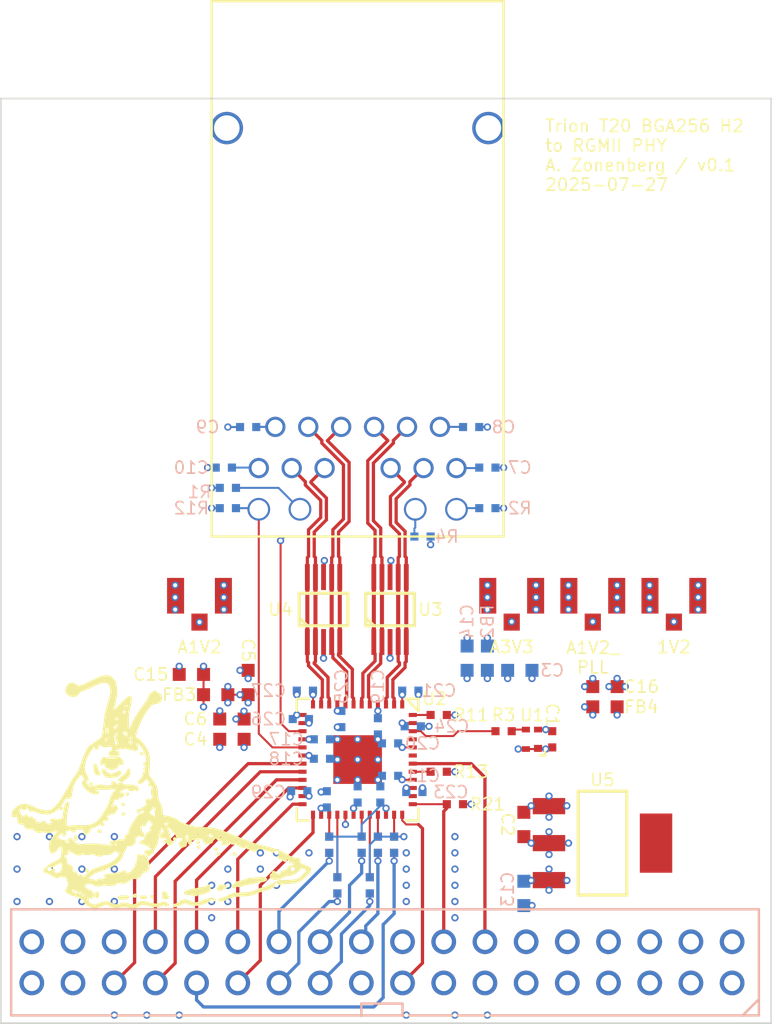
<source format=kicad_pcb>
(kicad_pcb (version 20240108) (generator "pcbnew") (generator_version "8.0")
  (layers (0 "F.Cu" signal) (1 "In1.Cu" signal) (2 "In2.Cu" signal) (31 "B.Cu" signal) (34 "B.Paste" user) (35 "F.Paste" user) (36 "B.SilkS" user "B.Silkscreen") (37 "F.SilkS" user "F.Silkscreen") (38 "B.Mask" user) (39 "F.Mask" user) (44 "Edge.Cuts" user))
  (net 0 "")
  (net 1 "/GND")
  (net 2 "/3V3")
  (net 3 "/1V2")
  (net 4 "Net-(J2-CH1_TAP)")
  (net 5 "Net-(J2-CH2_TAP)")
  (net 6 "Net-(J2-CH3_TAP)")
  (net 7 "Net-(J2-CH4_TAP)")
  (net 8 "/A3V3")
  (net 9 "/A1V2")
  (net 10 "/A1V2_PLL")
  (net 11 "/ETH_RX_CLK")
  (net 12 "/ETH_RXD1")
  (net 13 "/ETH_MDIO")
  (net 17 "/ETH_RST_N")
  (net 19 "/ETH_RXD0")
  (net 20 "/RGMII_TXD2")
  (net 21 "/RGMII_TX_EN")
  (net 22 "/RGMII_TX_CLK")
  (net 24 "/ETH_MDC")
  (net 25 "/RGMII_TXD1")
  (net 26 "/RGMII_TXD3")
  (net 27 "/ETH_RX_DV")
  (net 29 "/ETH_RXD2")
  (net 32 "/RGMII_TXD0")
  (net 34 "/ETH_RXD3")
  (net 35 "/ETH_B_N")
  (net 36 "/ETH_D_N")
  (net 37 "/ETH_C_N")
  (net 38 "/ETH_B_P")
  (net 39 "/ETH_LED2_N")
  (net 40 "Net-(J2-LED2_P)")
  (net 41 "Net-(J2-LED1_P)")
  (net 42 "/ETH_D_P")
  (net 43 "/ETH_A_P")
  (net 44 "/ETH_C_P")
  (net 45 "/ETH_A_N")
  (net 46 "/ETH_LED1_N")
  (net 47 "/ETH_CLK_25MHZ")
  (net 48 "Net-(U1-CLK)")
  (net 49 "Net-(U2-RXD3{slash}MODE3)")
  (net 50 "Net-(U2-RXD2{slash}MODE2)")
  (net 51 "Net-(U2-RXD1{slash}MODE1)")
  (net 52 "Net-(U2-RXD0{slash}MODE0)")
  (net 53 "Net-(U2-RX_DV{slash}CLK125_EN)")
  (net 54 "Net-(U2-RX_CLK{slash}PHYAD2)")
  (net 55 "Net-(U2-ISET)")
  (net 56 "Net-(U2-CLK125_NDO{slash}LED_MODE)")
  (footprint "azonenberg_pcb:EIA_0603_INDUCTOR_NOSILK" (layer "F.Cu") (at 95.25 76 180)
    (property "Reference" "FB4")
    (property "Value" "MI0603J601R-10" (hide yes))
  )
  (footprint "azonenberg_pcb:EIA_0402_RES_NOSILK" (layer "F.Cu") (at 80.75 87 90)
    (property "Reference" "R8" (hide yes))
    (property "Value" "33" (hide yes))
  )
  (footprint "azonenberg_pcb:EIA_0402_CAP_NOSILK" (layer "F.Cu") (at 92 78 90)
    (property "Reference" "C1")
    (property "Value" "0.47 uF" (hide yes))
  )
  (footprint "azonenberg_pcb:EIA_0603_INDUCTOR_NOSILK" (layer "F.Cu") (at 71.25 75.25 180)
    (property "Reference" "FB3")
    (property "Value" "MI0603J601R-10" (hide yes))
  )
  (footprint "azonenberg_pcb:OSCILLATOR_1.6x1.2" (layer "F.Cu") (at 90.75 78 90)
    (property "Reference" "U1")
    (property "Value" "ECS-1612MV-250-CN" (hide yes))
  )
  (footprint "azonenberg_pcb:EIA_0402_RES_NOSILK" (layer "F.Cu") (at 85 76.5 180)
    (property "Reference" "R11")
    (property "Value" "12.1K 1%" (hide yes))
  )
  (footprint "azonenberg_pcb:CONN_U.FL_TE_1909763-1" (layer "F.Cu") (at 99.5 69.25)
    (property "Reference" "TP1" (hide yes))
    (property "Value" "U.FL" (hide yes))
  )
  (footprint "azonenberg_pcb:EIA_0402_RES_NOSILK" (layer "F.Cu") (at 78.75 86.999999 90)
    (property "Reference" "R6" (hide yes))
    (property "Value" "33" (hide yes))
  )
  (footprint "azonenberg_pcb:EIA_0402_RES_NOSILK" (layer "F.Cu") (at 89 77.5)
    (property "Reference" "R3")
    (property "Value" "33" (hide yes))
  )
  (footprint "azonenberg_pcb:EIA_0402_RES_NOSILK" (layer "F.Cu") (at 85 80 180)
    (property "Reference" "R13")
    (property "Value" "10K" (hide yes))
  )
  (footprint "azonenberg_pcb:EIA_0603_CAP_NOSILK" (layer "F.Cu") (at 69.75 74 180)
    (property "Reference" "C15")
    (property "Value" "4.7 uF" (hide yes))
  )
  (footprint "azonenberg_pcb:CONN_U.FL_TE_1909763-1" (layer "F.Cu") (at 94.5 69.25)
    (property "Reference" "TP2" (hide yes))
    (property "Value" "U.FL" (hide yes))
  )
  (footprint "azonenberg_pcb:QFN_48_0.5MM_7x7MM" (layer "F.Cu") (at 80 79.25 -90)
    (property "Reference" "U2")
    (property "Value" "KSZ9031RN" (hide yes))
  )
  (footprint "azonenberg_pcb:EIA_0603_CAP_NOSILK" (layer "F.Cu") (at 90.25 83.25 90)
    (property "Reference" "C2")
    (property "Value" "4.7 uF" (hide yes))
  )
  (footprint "azonenberg_pcb:SOT223-4" (layer "F.Cu") (at 95.1 84.4 -90)
    (property "Reference" "U5")
    (property "Value" "LDO1117-12" (hide yes))
  )
  (footprint "azonenberg_pcb:SOP_10_0.5MM_3MM" (layer "F.Cu") (at 82 70)
    (property "Reference" "U3")
    (property "Value" "RCLAMP0514M" (hide yes))
  )
  (footprint "azonenberg_pcb:EIA_0402_RES_NOSILK" (layer "F.Cu") (at 81.25 84.5 90)
    (property "Reference" "R9" (hide yes))
    (property "Value" "33" (hide yes))
  )
  (footprint "azonenberg_pcb:CONN_BELFUSE_0826_1G1T_23_F" (layer "F.Cu") (at 80 43.5)
    (property "Reference" "J2" (hide yes))
    (property "Value" "0826-1G1T-23-F" (hide yes))
  )
  (footprint "azonenberg_pcb:EIA_0603_CAP_NOSILK" (layer "F.Cu") (at 72.25 78)
    (property "Reference" "C4")
    (property "Value" "4.7 uF" (hide yes))
  )
  (footprint "azonenberg_pcb:EIA_0402_RES_NOSILK" (layer "F.Cu") (at 82.25 84.5 90)
    (property "Reference" "R10" (hide yes))
    (property "Value" "33" (hide yes))
  )
  (footprint "azonenberg_pcb:CONN_U.FL_TE_1909763-1" (layer "F.Cu") (at 70.25 69.25)
    (property "Reference" "TP3" (hide yes))
    (property "Value" "U.FL" (hide yes))
  )
  (footprint "azonenberg_pcb:EIA_0402_RES_NOSILK" (layer "F.Cu") (at 78.25 84.5 90)
    (property "Reference" "R5" (hide yes))
    (property "Value" "33" (hide yes))
  )
  (footprint "azonenberg_pcb:EIA_0603_CAP_NOSILK" (layer "F.Cu") (at 73.25 74.5 90)
    (property "Reference" "C5")
    (property "Value" "4.7 uF" (hide yes))
  )
  (footprint "azonenberg_pcb:EIA_0603_CAP_NOSILK" (layer "F.Cu") (at 72.25 76.75)
    (property "Reference" "C6")
    (property "Value" "4.7 uF" (hide yes))
  )
  (footprint "azonenberg_pcb:CONN_U.FL_TE_1909763-1" (layer "F.Cu") (at 89.5 69.25)
    (property "Reference" "TP4" (hide yes))
    (property "Value" "U.FL" (hide yes))
  )
  (footprint "azonenberg_pcb:EIA_0402_RES_NOSILK" (layer "F.Cu") (at 86 82 180)
    (property "Reference" "R21")
    (property "Value" "1K" (hide yes))
  )
  (footprint "azonenberg_pcb:LONGTHING-600DPI" (layer "F.Cu") (at 69 82)
    (property "Reference" "M1" (hide yes))
    (property "Value" "MECHANICAL" (hide yes))
  )
  (footprint "azonenberg_pcb:EIA_0603_CAP_NOSILK" (layer "F.Cu") (at 95.25 74.75)
    (property "Reference" "C16")
    (property "Value" "4.7 uF" (hide yes))
  )
  (footprint "azonenberg_pcb:EIA_0402_RES_NOSILK" (layer "F.Cu") (at 80.25 84.500001 90)
    (property "Reference" "R7" (hide yes))
    (property "Value" "33" (hide yes))
  )
  (footprint "azonenberg_pcb:SOP_10_0.5MM_3MM" (layer "F.Cu") (at 77.9 70)
    (property "Reference" "U4")
    (property "Value" "RCLAMP0514M" (hide yes))
  )
  (footprint "azonenberg_pcb:EIA_0402_CAP_NOSILK" (layer "B.Cu") (at 76.75 75 180)
    (property "Reference" "C27")
    (property "Value" "0.47 uF" (hide yes))
  )
  (footprint "azonenberg_pcb:EIA_0402_CAP_NOSILK" (layer "B.Cu") (at 71.75 61.25)
    (property "Reference" "C10")
    (property "Value" "0.1 uF" (hide yes))
  )
  (footprint "azonenberg_pcb:EIA_0603_CAP_NOSILK" (layer "B.Cu") (at 90.25 87.5 -90)
    (property "Reference" "C13")
    (property "Value" "4.7 uF" (hide yes))
  )
  (footprint "azonenberg_pcb:EIA_0402_RES_NOSILK" (layer "B.Cu") (at 80.25 84.500001 -90)
    (property "Reference" "R17" (hide yes))
    (property "Value" "10K" (hide yes))
  )
  (footprint "azonenberg_pcb:EIA_0402_CAP_NOSILK" (layer "B.Cu") (at 77.8 78)
    (property "Reference" "C17")
    (property "Value" "0.47 uF" (hide yes))
  )
  (footprint "azonenberg_pcb:EIA_0402_CAP_NOSILK" (layer "B.Cu") (at 81.4 81.4 90)
    (property "Reference" "C22" (hide yes))
    (property "Value" "0.47 uF" (hide yes))
  )
  (footprint "azonenberg_pcb:EIA_0402_CAP_NOSILK" (layer "B.Cu") (at 83.4 77.2)
    (property "Reference" "C24")
    (property "Value" "0.47 uF" (hide yes))
  )
  (footprint "azonenberg_pcb:EIA_0402_CAP_NOSILK" (layer "B.Cu") (at 73.25 58.75)
    (property "Reference" "C9")
    (property "Value" "0.1 uF" (hide yes))
  )
  (footprint "azonenberg_pcb:EIA_0402_RES_NOSILK" (layer "B.Cu") (at 84 65.5 180)
    (property "Reference" "R4")
    (property "Value" "1K" (hide yes))
  )
  (footprint "azonenberg_pcb:EIA_0402_CAP_NOSILK" (layer "B.Cu") (at 79 76.75 -90)
    (property "Reference" "C25")
    (property "Value" "0.47 uF" (hide yes))
  )
  (footprint "azonenberg_pcb:EIA_0402_CAP_NOSILK" (layer "B.Cu") (at 76.5 76.75 180)
    (property "Reference" "C26")
    (property "Value" "0.47 uF" (hide yes))
  )
  (footprint "azonenberg_pcb:EIA_0402_CAP_NOSILK" (layer "B.Cu") (at 78.1 81.7 90)
    (property "Reference" "C28" (hide yes))
    (property "Value" "0.47 uF" (hide yes))
  )
  (footprint "azonenberg_pcb:EIA_0402_CAP_NOSILK" (layer "B.Cu") (at 81.25 77.2 -90)
    (property "Reference" "C19")
    (property "Value" "0.47 uF" (hide yes))
  )
  (footprint "azonenberg_pcb:EIA_0402_CAP_NOSILK" (layer "B.Cu") (at 83.5 81.25)
    (property "Reference" "C23")
    (property "Value" "0.47 uF" (hide yes))
  )
  (footprint "azonenberg_pcb:EIA_0402_CAP_NOSILK" (layer "B.Cu") (at 82 78.25 180)
    (property "Reference" "C20")
    (property "Value" "0.47 uF" (hide yes))
  )
  (footprint "azonenberg_pcb:EIA_0402_RES_NOSILK" (layer "B.Cu") (at 78.75 86.999999 -90)
    (property "Reference" "R16" (hide yes))
    (property "Value" "10K" (hide yes))
  )
  (footprint "azonenberg_pcb:EIA_0402_RES_NOSILK" (layer "B.Cu") (at 81.25 84.5 -90)
    (property "Reference" "R19" (hide yes))
    (property "Value" "10K" (hide yes))
  )
  (footprint "azonenberg_pcb:EIA_0402_CAP_NOSILK" (layer "B.Cu") (at 87 58.75 180)
    (property "Reference" "C8")
    (property "Value" "0.1 uF" (hide yes))
  )
  (footprint "azonenberg_pcb:EIA_0402_CAP_NOSILK" (layer "B.Cu") (at 83.25 75)
    (property "Reference" "C21")
    (property "Value" "0.47 uF" (hide yes))
  )
  (footprint "azonenberg_pcb:EIA_0603_INDUCTOR_NOSILK" (layer "B.Cu") (at 88 73 90)
    (property "Reference" "FB2")
    (property "Value" "MI0603J601R-10" (hide yes))
  )
  (footprint "azonenberg_pcb:EIA_0402_RES_NOSILK" (layer "B.Cu") (at 82.25 84.5 -90)
    (property "Reference" "R20" (hide yes))
    (property "Value" "10K" (hide yes))
  )
  (footprint "azonenberg_pcb:EIA_0402_CAP_NOSILK" (layer "B.Cu") (at 88 61.25 180)
    (property "Reference" "C7")
    (property "Value" "0.1 uF" (hide yes))
  )
  (footprint "azonenberg_pcb:CONN_HEADER_2.54MM_2x18_FEMALE" (layer "B.Cu") (at 81.5 91.75)
    (property "Reference" "J1" (hide yes))
    (property "Value" "CONN_2x18" (hide yes))
  )
  (footprint "azonenberg_pcb:EIA_0402_RES_NOSILK" (layer "B.Cu") (at 88 63.75 180)
    (property "Reference" "R2")
    (property "Value" "470" (hide yes))
  )
  (footprint "azonenberg_pcb:EIA_0603_CAP_NOSILK" (layer "B.Cu") (at 86.75 73 -90)
    (property "Reference" "C14")
    (property "Value" "4.7 uF" (hide yes))
  )
  (footprint "azonenberg_pcb:EIA_0603_CAP_NOSILK" (layer "B.Cu") (at 90 73.75 180)
    (property "Reference" "C3")
    (property "Value" "4.7 uF" (hide yes))
  )
  (footprint "azonenberg_pcb:EIA_0402_CAP_NOSILK" (layer "B.Cu") (at 76.4 81.2 180)
    (property "Reference" "C29")
    (property "Value" "0.47 uF" (hide yes))
  )
  (footprint "azonenberg_pcb:EIA_0402_CAP_NOSILK" (layer "B.Cu") (at 82 80.25 180)
    (property "Reference" "C11")
    (property "Value" "0.47 uF" (hide yes))
  )
  (footprint "azonenberg_pcb:EIA_0402_RES_NOSILK" (layer "B.Cu") (at 72 62.5)
    (property "Reference" "R1")
    (property "Value" "470" (hide yes))
  )
  (footprint "azonenberg_pcb:EIA_0402_RES_NOSILK" (layer "B.Cu") (at 72 63.75)
    (property "Reference" "R12")
    (property "Value" "1K" (hide yes))
  )
  (footprint "azonenberg_pcb:EIA_0402_CAP_NOSILK" (layer "B.Cu") (at 80 81.4 90)
    (property "Reference" "C12" (hide yes))
    (property "Value" "0.47 uF" (hide yes))
  )
  (footprint "azonenberg_pcb:EIA_0402_RES_NOSILK" (layer "B.Cu") (at 80.75 87 -90)
    (property "Reference" "R18" (hide yes))
    (property "Value" "10K" (hide yes))
  )
  (footprint "azonenberg_pcb:EIA_0402_CAP_NOSILK" (layer "B.Cu") (at 77.8 79.2)
    (property "Reference" "C18")
    (property "Value" "0.47 uF" (hide yes))
  )
  (footprint "azonenberg_pcb:EIA_0402_RES_NOSILK" (layer "B.Cu") (at 78.25 84.5 -90)
    (property "Reference" "R15" (hide yes))
    (property "Value" "10K" (hide yes))
  )
  (gr_line (start 58 95.5) (end 58 38.5) (stroke (width 0.1)) (layer "Edge.Cuts"))
  (gr_line (start 105.5 95.5) (end 58 95.5) (stroke (width 0.1)) (layer "Edge.Cuts"))
  (gr_line (start 58 38.5) (end 105.5 38.5) (stroke (width 0.1)) (layer "Edge.Cuts"))
  (gr_line (start 105.5 38.5) (end 105.5 95.5) (stroke (width 0.1)) (layer "Edge.Cuts"))
  (gr_text "A1V2" (at 70.25 72.75 0) (layer "F.SilkS") (effects (font (size 0.75 0.75) (thickness 0.1)) (justify bottom)))
  (gr_text "1V2" (at 99.5 72.75 0) (layer "F.SilkS") (effects (font (size 0.75 0.75) (thickness 0.1)) (justify bottom)))
  (gr_text "Trion T20 BGA256 H2\nto RGMII PHY\nA. Zonenberg / v0.1\n2025-07-27" (at 91.5 44.25 0) (layer "F.SilkS") (effects (font (size 0.75 0.75) (thickness 0.1)) (justify left bottom)))
  (gr_text "A1V2_\nPLL" (at 94.5 74 0) (layer "F.SilkS") (effects (font (size 0.75 0.75) (thickness 0.1)) (justify bottom)))
  (gr_text "A3V3" (at 89.5 72.75 0) (layer "F.SilkS") (effects (font (size 0.75 0.75) (thickness 0.1)) (justify bottom)))
  (segment (start 96 74.75) (end 95.5 74.75) (width 0.125) (layer "F.Cu") (net 1))
  (segment (start 95.975 69.225) (end 96 69.25) (width 0.125) (layer "F.Cu") (net 1))
  (segment (start 90.72 82.12) (end 90.7 82.1) (width 0.125) (layer "F.Cu") (net 1))
  (segment (start 96 74.75) (end 96.5 74.75) (width 0.125) (layer "F.Cu") (net 1))
  (segment (start 88.025 69.15) (end 88.025 69.225) (width 0.125) (layer "F.Cu") (net 1))
  (segment (start 100.975 69.225) (end 101 69.25) (width 0.125) (layer "F.Cu") (net 1))
  (segment (start 90.975 69.15) (end 90.975 69.225) (width 0.125) (layer "F.Cu") (net 1))
  (segment (start 91.8 82.12) (end 91.8 82.8) (width 0.125) (layer "F.Cu") (net 1))
  (segment (start 91.125 77.4) (end 91.6 77.4) (width 0.125) (layer "F.Cu") (net 1))
  (segment (start 91.8 82.12) (end 90.72 82.12) (width 0.125) (layer "F.Cu") (net 1))
  (segment (start 93.025 69.225) (end 93 69.25) (width 0.125) (layer "F.Cu") (net 1))
  (segment (start 82.05 66.981356) (end 82.05 67.95) (width 0.125) (layer "F.Cu") (net 1))
  (segment (start 73.25 73.75) (end 72.75 73.75) (width 0.125) (layer "F.Cu") (net 1))
  (segment (start 71.725 69.225) (end 71.75 69.25) (width 0.125) (layer "F.Cu") (net 1))
  (segment (start 68.775 69.15) (end 68.775 69.225) (width 0.125) (layer "F.Cu") (net 1))
  (segment (start 85.499999 76.5) (end 86 76.5) (width 0.125) (layer "F.Cu") (net 1))
  (segment (start 79.25 82.65) (end 79.25 83.25) (width 0.125) (layer "F.Cu") (net 1))
  (segment (start 98.025 69.15) (end 98.025 69.225) (width 0.125) (layer "F.Cu") (net 1))
  (segment (start 95.975 69.15) (end 95.975 69.225) (width 0.125) (layer "F.Cu") (net 1))
  (segment (start 88.025 69.225) (end 88 69.25) (width 0.125) (layer "F.Cu") (net 1))
  (segment (start 73 76.75) (end 72.5 76.75) (width 0.125) (layer "F.Cu") (net 1))
  (segment (start 73.25 73.75) (end 73.25 74.25) (width 0.125) (layer "F.Cu") (net 1))
  (segment (start 68.775 69.225) (end 68.75 69.25) (width 0.125) (layer "F.Cu") (net 1))
  (segment (start 77.9 67.031356) (end 77.95 66.981356) (width 0.125) (layer "F.Cu") (net 1))
  (segment (start 77.9 68) (end 77.9 67.031356) (width 0.125) (layer "F.Cu") (net 1))
  (segment (start 98.025 69.225) (end 98 69.25) (width 0.125) (layer "F.Cu") (net 1))
  (segment (start 91.82 82.1) (end 91.8 82.12) (width 0.125) (layer "F.Cu") (net 1))
  (segment (start 73 76.75) (end 73 76.271447) (width 0.125) (layer "F.Cu") (net 1))
  (segment (start 91.8 82.12) (end 91.8 81.5) (width 0.125) (layer "F.Cu") (net 1))
  (segment (start 92.9 82.1) (end 91.82 82.1) (width 0.125) (layer "F.Cu") (net 1))
  (segment (start 93.025 69.15) (end 93.025 69.225) (width 0.125) (layer "F.Cu") (net 1))
  (segment (start 82.05 67.95) (end 82 68) (width 0.125) (layer "F.Cu") (net 1))
  (segment (start 100.975 69.15) (end 100.975 69.225) (width 0.125) (layer "F.Cu") (net 1))
  (segment (start 73 76.271447) (end 72.992851 76.264298) (width 0.125) (layer "F.Cu") (net 1))
  (segment (start 76.6 76.5) (end 76.25 76.5) (width 0.125) (layer "F.Cu") (net 1))
  (segment (start 90.975 69.225) (end 91 69.25) (width 0.125) (layer "F.Cu") (net 1))
  (segment (start 71.725 69.15) (end 71.725 69.225) (width 0.125) (layer "F.Cu") (net 1))
  (segment (start 69 74) (end 69 73.5) (width 0.125) (layer "F.Cu") (net 1))
  (segment (start 96 74.75) (end 96 74.25) (width 0.125) (layer "F.Cu") (net 1))
  (segment (start 73 78) (end 73 78.5) (width 0.2) (layer "F.Cu") (net 1))
  (via (at 72.992851 76.264298) (size 0.45) (drill 0.25) (layers "F.Cu" "B.Cu") (net 1))
  (via (at 88 68.5) (size 0.45) (drill 0.25) (layers "F.Cu" "B.Cu") (net 1))
  (via (at 76 86) (size 0.45) (drill 0.25) (layers "F.Cu" "B.Cu") (net 1))
  (via (at 96 74.25) (size 0.45) (drill 0.25) (layers "F.Cu" "B.Cu") (net 1))
  (via (at 96.5 74.75) (size 0.45) (drill 0.25) (layers "F.Cu" "B.Cu") (net 1))
  (via (at 86.75 74.25) (size 0.45) (drill 0.25) (layers "F.Cu" "B.Cu") (net 1))
  (via (at 77 85) (size 0.45) (drill 0.25) (layers "F.Cu" "B.Cu") (net 1))
  (via (at 82.850002 84) (size 0.45) (drill 0.25) (layers "F.Cu" "B.Cu") (net 1))
  (via (at 101 69.25) (size 0.45) (drill 0.25) (layers "F.Cu" "B.Cu") (net 1))
  (via (at 63 84) (size 0.45) (drill 0.25) (layers "F.Cu" "B.Cu") (net 1))
  (via (at 88 69.25) (size 0.45) (drill 0.25) (layers "F.Cu" "B.Cu") (net 1))
  (via (at 81.25 80.5) (size 0.45) (drill 0.25) (layers "F.Cu" "B.Cu") (net 1))
  (via (at 98 68.5) (size 0.45) (drill 0.25) (layers "F.Cu" "B.Cu") (net 1))
  (via (at 70.75 61.25) (size 0.45) (drill 0.25) (layers "F.Cu" "B.Cu") (net 1))
  (via (at 71 87) (size 0.45) (drill 0.25) (layers "F.Cu" "B.Cu") (net 1))
  (via (at 68.75 69.25) (size 0.45) (drill 0.25) (layers "F.Cu" "B.Cu") (net 1))
  (via (at 75.8375 81.548895) (size 0.45) (drill 0.25) (layers "F.Cu" "B.Cu") (net 1))
  (via (at 65 95) (size 0.45) (drill 0.25) (layers "F.Cu" "B.Cu") (net 1))
  (via (at 78.75 78) (size 0.45) (drill 0.25) (layers "F.Cu" "B.Cu") (net 1))
  (via (at 61 88) (size 0.45) (drill 0.25) (layers "F.Cu" "B.Cu") (net 1))
  (via (at 89 61.25) (size 0.45) (drill 0.25) (layers "F.Cu" "B.Cu") (net 1))
  (via (at 83 85) (size 0.45) (drill 0.25) (layers "F.Cu" "B.Cu") (net 1))
  (via (at 61 84) (size 0.45) (drill 0.25) (layers "F.Cu" "B.Cu") (net 1))
  (via (at 88 58.75) (size 0.45) (drill 0.25) (layers "F.Cu" "B.Cu") (net 1))
  (via (at 76.25 76.5) (size 0.45) (drill 0.25) (layers "F.Cu" "B.Cu") (net 1))
  (via (at 86 95) (size 0.45) (drill 0.25) (layers "F.Cu" "B.Cu") (net 1))
  (via (at 78.75 80.5) (size 0.45) (drill 0.25) (layers "F.Cu" "B.Cu") (net 1))
  (via (at 74 85) (size 0.45) (drill 0.25) (layers "F.Cu" "B.Cu") (net 1))
  (via (at 86 76.5) (size 0.45) (drill 0.25) (layers "F.Cu" "B.Cu") (net 1))
  (via (at 67 95) (size 0.45) (drill 0.25) (layers "F.Cu" "B.Cu") (net 1))
  (via (at 63 86) (size 0.45) (drill 0.25) (layers "F.Cu" "B.Cu") (net 1))
  (via (at 79.25 83.25) (size 0.45) (drill 0.25) (layers "F.Cu" "B.Cu") (net 1))
  (via (at 80 78) (size 0.45) (drill 0.25) (layers "F.Cu" "B.Cu") (net 1))
  (via (at 72.75 73.75) (size 0.45) (drill 0.25) (layers "F.Cu" "B.Cu") (net 1))
  (via (at 82.05 66.981356) (size 0.45) (drill 0.25) (layers "F.Cu" "B.Cu") (net 1))
  (via (at 96 68.5) (size 0.45) (drill 0.25) (layers "F.Cu" "B.Cu") (net 1))
  (via (at 74 86) (size 0.45) (drill 0.25) (layers "F.Cu" "B.Cu") (net 1))
  (via (at 80 79.25) (size 0.45) (drill 0.25) (layers "F.Cu" "B.Cu") (net 1))
  (via (at 84 81) (size 0.45) (drill 0.25) (layers "F.Cu" "B.Cu") (net 1))
  (via (at 91 69.25) (size 0.45) (drill 0.25) (layers "F.Cu" "B.Cu") (net 1))
  (via (at 59 84) (size 0.45) (drill 0.25) (layers "F.Cu" "B.Cu") (net 1))
  (via (at 78.75 77.25) (size 0.45) (drill 0.25) (layers "F.Cu" "B.Cu") (net 1))
  (via (at 75 87) (size 0.45) (drill 0.25) (layers "F.Cu" "B.Cu") (net 1))
  (via (at 89.25 74.25) (size 0.45) (drill 0.25) (layers "F.Cu" "B.Cu") (net 1))
  (via (at 68.75 70) (size 0.45) (drill 0.25) (layers "F.Cu" "B.Cu") (net 1))
  (via (at 86 84) (size 0.45) (drill 0.25) (layers "F.Cu" "B.Cu") (net 1))
  (via (at 72 87) (size 0.45) (drill 0.25) (layers "F.Cu" "B.Cu") (net 1))
  (via (at 86 85) (size 0.45) (drill 0.25) (layers "F.Cu" "B.Cu") (net 1))
  (via (at 83 95) (size 0.45) (drill 0.25) (layers "F.Cu" "B.Cu") (net 1))
  (via (at 65 86) (size 0.45) (drill 0.25) (layers "F.Cu" "B.Cu") (net 1))
  (via (at 68.75 68.5) (size 0.45) (drill 0.25) (layers "F.Cu" "B.Cu") (net 1))
  (via (at 83 87) (size 0.45) (drill 0.25) (layers "F.Cu" "B.Cu") (net 1))
  (via (at 93 70) (size 0.45) (drill 0.25) (layers "F.Cu" "B.Cu") (net 1))
  (via (at 72 86) (size 0.45) (drill 0.25) (layers "F.Cu" "B.Cu") (net 1))
  (via (at 92.9 82.1) (size 0.45) (drill 0.25) (layers "F.Cu" "B.Cu") (net 1))
  (via (at 101 70) (size 0.45) (drill 0.25) (layers "F.Cu" "B.Cu") (net 1))
  (via (at 69 73.5) (size 0.45) (drill 0.25) (layers "F.Cu" "B.Cu") (net 1))
  (via (at 98 70) (size 0.45) (drill 0.25) (layers "F.Cu" "B.Cu") (net 1))
  (via (at 73 78.5) (size 0.45) (drill 0.25) (layers "F.Cu" "B.Cu") (net 1))
  (via (at 69 95) (size 0.45) (drill 0.25) (layers "F.Cu" "B.Cu") (net 1))
  (via (at 83.75 75.25) (size 0.45) (drill 0.25) (layers "F.Cu" "B.Cu") (net 1))
  (via (at 65 84) (size 0.45) (drill 0.25) (layers "F.Cu" "B.Cu") (net 1))
  (via (at 93 68.5) (size 0.45) (drill 0.25) (layers "F.Cu" "B.Cu") (net 1))
  (via (at 86 86) (size 0.45) (drill 0.25) (layers "F.Cu" "B.Cu") (net 1))
  (via (at 73.25 74.25) (size 0.45) (drill 0.25) (layers "F.Cu" "B.Cu") (net 1))
  (via (at 77.95 66.981356) (size 0.45) (drill 0.25) (layers "F.Cu" "B.Cu") (net 1))
  (via (at 96 69.25) (size 0.45) (drill 0.25) (layers "F.Cu" "B.Cu") (net 1))
  (via (at 65 88) (size 0.45) (drill 0.25) (layers "F.Cu" "B.Cu") (net 1))
  (via (at 71 88) (size 0.45) (drill 0.25) (layers "F.Cu" "B.Cu") (net 1))
  (via (at 95.5 74.75) (size 0.45) (drill 0.25) (layers "F.Cu" "B.Cu") (net 1))
  (via (at 91 70) (size 0.45) (drill 0.25) (layers "F.Cu" "B.Cu") (net 1))
  (via (at 76.25 75.25) (size 0.45) (drill 0.25) (layers "F.Cu" "B.Cu") (net 1))
  (via (at 84.5 66) (size 0.45) (drill 0.25) (layers "F.Cu" "B.Cu") (net 1))
  (via (at 91.8 82.8) (size 0.45) (drill 0.25) (layers "F.Cu" "B.Cu") (net 1))
  (via (at 81.25 78) (size 0.45) (drill 0.25) (layers "F.Cu" "B.Cu") (net 1))
  (via (at 86 87) (size 0.45) (drill 0.25) (layers "F.Cu" "B.Cu") (net 1))
  (via (at 77.75 81.25) (size 0.45) (drill 0.25) (layers "F.Cu" "B.Cu") (net 1))
  (via (at 71.75 70) (size 0.45) (drill 0.25) (layers "F.Cu" "B.Cu") (net 1))
  (via (at 88 70) (size 0.45) (drill 0.25) (layers "F.Cu" "B.Cu") (net 1))
  (via (at 83 86) (size 0.45) (drill 0.25) (layers "F.Cu" "B.Cu") (net 1))
  (via (at 75 85) (size 0.45) (drill 0.25) (layers "F.Cu" "B.Cu") (net 1))
  (via (at 91.8 81.5) (size 0.45) (drill 0.25) (layers "F.Cu" "B.Cu") (net 1))
  (via (at 96 70) (size 0.45) (drill 0.25) (layers "F.Cu" "B.Cu") (net 1))
  (via (at 91 68.5) (size 0.45) (drill 0.25) (layers "F.Cu" "B.Cu") (net 1))
  (via (at 90.7 82.1) (size 0.45) (drill 0.25) (layers "F.Cu" "B.Cu") (net 1))
  (via (at 84.4 77.2) (size 0.45) (drill 0.25) (layers "F.Cu" "B.Cu") (net 1))
  (via (at 83 88) (size 0.45) (drill 0.25) (layers "F.Cu" "B.Cu") (net 1))
  (via (at 71 63.75) (size 0.45) (drill 0.25) (layers "F.Cu" "B.Cu") (net 1))
  (via (at 72.5 76.75) (size 0.45) (drill 0.25) (layers "F.Cu" "B.Cu") (net 1))
  (via (at 91.6 77.4) (size 0.45) (drill 0.25) (layers "F.Cu" "B.Cu") (net 1))
  (via (at 71 89) (size 0.45) (drill 0.25) (layers "F.Cu" "B.Cu") (net 1))
  (via (at 88 95) (size 0.45) (drill 0.25) (layers "F.Cu" "B.Cu") (net 1))
  (via (at 71.75 69.25) (size 0.45) (drill 0.25) (layers "F.Cu" "B.Cu") (net 1))
  (via (at 59 88) (size 0.45) (drill 0.25) (layers "F.Cu" "B.Cu") (net 1))
  (via (at 80 80.5) (size 0.45) (drill 0.25) (layers "F.Cu" "B.Cu") (net 1))
  (via (at 72 88) (size 0.45) (drill 0.25) (layers "F.Cu" "B.Cu") (net 1))
  (via (at 90.75 88.25) (size 0.45) (drill 0.25) (layers "F.Cu" "B.Cu") (net 1))
  (via (at 86 88) (size 0.45) (drill 0.25) (layers "F.Cu" "B.Cu") (net 1))
  (via (at 98 69.25) (size 0.45) (drill 0.25) (layers "F.Cu" "B.Cu") (net 1))
  (via (at 72 58.75) (size 0.45) (drill 0.25) (layers "F.Cu" "B.Cu") (net 1))
  (via (at 59 86) (size 0.45) (drill 0.25) (layers "F.Cu" "B.Cu") (net 1))
  (via (at 78.75 79.25) (size 0.45) (drill 0.25) (layers "F.Cu" "B.Cu") (net 1))
  (via (at 71.75 68.5) (size 0.45) (drill 0.25) (layers "F.Cu" "B.Cu") (net 1))
  (via (at 93 69.25) (size 0.45) (drill 0.25) (layers "F.Cu" "B.Cu") (net 1))
  (via (at 86 89) (size 0.45) (drill 0.25) (layers "F.Cu" "B.Cu") (net 1))
  (via (at 63 88) (size 0.45) (drill 0.25) (layers "F.Cu" "B.Cu") (net 1))
  (via (at 101 68.5) (size 0.45) (drill 0.25) (layers "F.Cu" "B.Cu") (net 1))
  (via (at 81.25 79.25) (size 0.45) (drill 0.25) (layers "F.Cu" "B.Cu") (net 1))
  (via (at 61 86) (size 0.45) (drill 0.25) (layers "F.Cu" "B.Cu") (net 1))
  (segment (start 88.5 61.25) (end 89 61.25) (width 0.125) (layer "B.Cu") (net 1))
  (segment (start 86.75 73.75) (end 86.75 74.25) (width 0.125) (layer "B.Cu") (net 1))
  (segment (start 78.1 81.200001) (end 77.799999 81.200001) (width 0.125) (layer "B.Cu") (net 1))
  (segment (start 83.999999 81.000001) (end 84 81) (width 0.125) (layer "B.Cu") (net 1))
  (segment (start 75.9 81.486395) (end 75.8375 81.548895) (width 0.125) (layer "B.Cu") (net 1))
  (segment (start 71.500001 63.75) (end 71 63.75) (width 0.125) (layer "B.Cu") (net 1))
  (segment (start 82.25 84.000001) (end 82.850001 84.000001) (width 0.125) (layer "B.Cu") (net 1))
  (segment (start 83.999999 81.25) (end 83.999999 81.000001) (width 0.125) (layer "B.Cu") (net 1))
  (segment (start 77.799999 81.200001) (end 77.75 81.25) (width 0.125) (layer "B.Cu") (net 1))
  (segment (start 89.25 73.75) (end 89.25 74.25) (width 0.125) (layer "B.Cu") (net 1))
  (segment (start 79 77.249999) (end 78.750001 77.249999) (width 0.125) (layer "B.Cu") (net 1))
  (segment (start 84.499999 65.5) (end 84.499999 65.999999) (width 0.125) (layer "B.Cu") (net 1))
  (segment (start 80.75 86.500001) (end 80.75 84.5) (width 0.125) (layer "B.Cu") (net 1))
  (segment (start 78.750001 77.249999) (end 78.75 77.25) (width 0.125) (layer "B.Cu") (net 1))
  (segment (start 81.25 84.000001) (end 81.249999 84.000001) (width 0.125) (layer "B.Cu") (net 1))
  (segment (start 83.749999 75) (end 83.749999 75.249999) (width 0.125) (layer "B.Cu") (net 1))
  (segment (start 71.250001 61.25) (end 70.75 61.25) (width 0.125) (layer "B.Cu") (net 1))
  (segment (start 81.249999 84.000001) (end 80.75 84.5) (width 0.125) (layer "B.Cu") (net 1))
  (segment (start 76.25 75) (end 76.25 75.25) (width 0.125) (layer "B.Cu") (net 1))
  (segment (start 82.850001 84.000001) (end 82.850002 84) (width 0.125) (layer "B.Cu") (net 1))
  (segment (start 87.5 58.75) (end 88 58.75) (width 0.125) (layer "B.Cu") (net 1))
  (segment (start 83.749999 75.249999) (end 83.75 75.25) (width 0.125) (layer "B.Cu") (net 1))
  (segment (start 82.25 84.000001) (end 81.25 84.000001) (width 0.125) (layer "B.Cu") (net 1))
  (segment (start 75.9 81.2) (end 75.9 81.486395) (width 0.125) (layer "B.Cu") (net 1))
  (segment (start 84.499999 65.999999) (end 84.5 66) (width 0.125) (layer "B.Cu") (net 1))
  (segment (start 72.750001 58.75) (end 72 58.75) (width 0.125) (layer "B.Cu") (net 1))
  (segment (start 83.899999 77.2) (end 84.4 77.2) (width 0.125) (layer "B.Cu") (net 1))
  (segment (start 90.25 88.25) (end 90.75 88.25) (width 0.2) (layer "B.Cu") (net 1))
  (segment (start 91.56 78.56) (end 91.6 78.6) (width 0.125) (layer "F.Cu") (net 2))
  (segment (start 82.757149 80.5) (end 82.742851 80.485702) (width 0.125) (layer "F.Cu") (net 2))
  (segment (start 91.125 78.56) (end 91.56 78.56) (width 0.125) (layer "F.Cu") (net 2))
  (segment (start 90.375 78.6) (end 89.9 78.6) (width 0.125) (layer "F.Cu") (net 2))
  (segment (start 91.8 87.3) (end 91.8 86.68) (width 0.125) (layer "F.Cu") (net 2))
  (segment (start 85.499999 80) (end 86 80) (width 0.125) (layer "F.Cu") (net 2))
  (segment (start 87 82) (end 86.499999 82) (width 0.125) (layer "F.Cu") (net 2))
  (segment (start 91.085 78.6) (end 91.125 78.56) (width 0.125) (layer "F.Cu") (net 2))
  (segment (start 90.72 86.68) (end 90.7 86.7) (width 0.125) (layer "F.Cu") (net 2))
  (segment (start 81.75 82.65) (end 81.75 82.25) (width 0.125) (layer "F.Cu") (net 2))
  (segment (start 91.8 86.68) (end 90.72 86.68) (width 0.125) (layer "F.Cu") (net 2))
  (segment (start 76.599999 78) (end 77 78) (width 0.125) (layer "F.Cu") (net 2))
  (segment (start 83.400001 80.5) (end 82.757149 80.5) (width 0.125) (layer "F.Cu") (net 2))
  (segment (start 90.375 78.6) (end 91.085 78.6) (width 0.125) (layer "F.Cu") (net 2))
  (segment (start 91.8 86.68) (end 91.8 86) (width 0.125) (layer "F.Cu") (net 2))
  (segment (start 71.5 78) (end 71.5 78.5) (width 0.2) (layer "F.Cu") (net 2))
  (via (at 91.8 87.3) (size 0.45) (drill 0.25) (layers "F.Cu" "B.Cu") (net 2))
  (via (at 71 62.5) (size 0.45) (drill 0.25) (layers "F.Cu" "B.Cu") (net 2))
  (via (at 90.7 86.7) (size 0.45) (drill 0.25) (layers "F.Cu" "B.Cu") (net 2))
  (via (at 88 74.25) (size 0.45) (drill 0.25) (layers "F.Cu" "B.Cu") (net 2))
  (via (at 71.5 78.5) (size 0.45) (drill 0.25) (layers "F.Cu" "B.Cu") (net 2))
  (via (at 82.742851 80.485702) (size 0.45) (drill 0.25) (layers "F.Cu" "B.Cu") (net 2))
  (via (at 89.9 78.6) (size 0.45) (drill 0.25) (layers "F.Cu" "B.Cu") (net 2))
  (via (at 81.75 82.25) (size 0.45) (drill 0.25) (layers "F.Cu" "B.Cu") (net 2))
  (via (at 77 78) (size 0.45) (drill 0.25) (layers "F.Cu" "B.Cu") (net 2))
  (via (at 91.6 78.6) (size 0.45) (drill 0.25) (layers "F.Cu" "B.Cu") (net 2))
  (via (at 86 80) (size 0.45) (drill 0.25) (layers "F.Cu" "B.Cu") (net 2))
  (via (at 90.75 74.25) (size 0.45) (drill 0.25) (layers "F.Cu" "B.Cu") (net 2))
  (via (at 92.9 86.7) (size 0.45) (drill 0.25) (layers "F.Cu" "B.Cu") (net 2))
  (via (at 91.8 86) (size 0.45) (drill 0.25) (layers "F.Cu" "B.Cu") (net 2))
  (via (at 87 82) (size 0.45) (drill 0.25) (layers "F.Cu" "B.Cu") (net 2))
  (via (at 89 63.75) (size 0.45) (drill 0.25) (layers "F.Cu" "B.Cu") (net 2))
  (segment (start 71.500001 62.5) (end 71 62.5) (width 0.125) (layer "B.Cu") (net 2))
  (segment (start 88 73.75) (end 88 74.25) (width 0.125) (layer "B.Cu") (net 2))
  (segment (start 81.4 81.899999) (end 81.4 82.1) (width 0.125) (layer "B.Cu") (net 2))
  (segment (start 80.25 83.25) (end 80.25 84.000002) (width 0.125) (layer "B.Cu") (net 2))
  (segment (start 78.250001 84.000002) (end 78.25 84.000001) (width 0.125) (layer "B.Cu") (net 2))
  (segment (start 81.75 82.249999) (end 81.4 81.899999) (width 0.125) (layer "B.Cu") (net 2))
  (segment (start 78.75 84.000002) (end 78.250001 84.000002) (width 0.125) (layer "B.Cu") (net 2))
  (segment (start 78.75 86.5) (end 78.75 84.000002) (width 0.125) (layer "B.Cu") (net 2))
  (segment (start 90.75 74.25) (end 90.75 73.75) (width 0.125) (layer "B.Cu") (net 2))
  (segment (start 81.75 82.25) (end 81.75 82.249999) (width 0.125) (layer "B.Cu") (net 2))
  (segment (start 80.25 84.000002) (end 78.75 84.000002) (width 0.125) (layer "B.Cu") (net 2))
  (segment (start 88.5 63.75) (end 89 63.75) (width 0.125) (layer "B.Cu") (net 2))
  (segment (start 81.4 82.1) (end 80.25 83.25) (width 0.125) (layer "B.Cu") (net 2))
  (segment (start 91.800001 84.4) (end 90.7 84.4) (width 0.125) (layer "F.Cu") (net 3))
  (segment (start 99.5 70.775) (end 99.5 70.75) (width 0.125) (layer "F.Cu") (net 3))
  (segment (start 73.25 75.25) (end 73.25 75.75) (width 0.125) (layer "F.Cu") (net 3))
  (segment (start 83.4 81) (end 83 81) (width 0.125) (layer "F.Cu") (net 3))
  (segment (start 96 76) (end 96 76.5) (width 0.125) (layer "F.Cu") (net 3))
  (segment (start 77.75 82.65) (end 77.75 82.25) (width 0.125) (layer "F.Cu") (net 3))
  (segment (start 72.75 75.25) (end 72 75.25) (width 0.125) (layer "F.Cu") (net 3))
  (segment (start 91.800001 85.099999) (end 91.8 85.1) (width 0.125) (layer "F.Cu") (net 3))
  (segment (start 72 75.25) (end 72 74.75) (width 0.125) (layer "F.Cu") (net 3))
  (segment (start 93 84.4) (end 91.800001 84.4) (width 0.125) (layer "F.Cu") (net 3))
  (segment (start 76.6 81.5) (end 77 81.5) (width 0.125) (layer "F.Cu") (net 3))
  (segment (start 91.800001 84.4) (end 91.800001 83.700001) (width 0.125) (layer "F.Cu") (net 3))
  (segment (start 79.75 82.65) (end 79.75 82.25) (width 0.125) (layer "F.Cu") (net 3))
  (segment (start 76.6 77) (end 77 77) (width 0.125) (layer "F.Cu") (net 3))
  (segment (start 91.800001 84.4) (end 91.800001 85.099999) (width 0.125) (layer "F.Cu") (net 3))
  (segment (start 91.800001 83.700001) (end 91.8 83.7) (width 0.125) (layer "F.Cu") (net 3))
  (segment (start 76.6 79) (end 77 79) (width 0.125) (layer "F.Cu") (net 3))
  (segment (start 73.25 75.25) (end 72.75 75.25) (width 0.125) (layer "F.Cu") (net 3))
  (segment (start 71.5 76.25) (end 71.5 76.75) (width 0.125) (layer "F.Cu") (net 3))
  (via (at 90.7 84.4) (size 0.45) (drill 0.25) (layers "F.Cu" "B.Cu") (net 3))
  (via (at 71.5 76.25) (size 0.45) (drill 0.25) (layers "F.Cu" "B.Cu") (net 3))
  (via (at 99.5 70.75) (size 0.45) (drill 0.25) (layers "F.Cu" "B.Cu") (net 3))
  (via (at 93 84.4) (size 0.45) (drill 0.25) (layers "F.Cu" "B.Cu") (net 3))
  (via (at 77 77) (size 0.45) (drill 0.25) (layers "F.Cu" "B.Cu") (net 3))
  (via (at 79.75 82.25) (size 0.45) (drill 0.25) (layers "F.Cu" "B.Cu") (net 3))
  (via (at 77.75 82.25) (size 0.45) (drill 0.25) (layers "F.Cu" "B.Cu") (net 3))
  (via (at 72 74.75) (size 0.45) (drill 0.25) (layers "F.Cu" "B.Cu") (net 3))
  (via (at 72 75.75) (size 0.45) (drill 0.25) (layers "F.Cu" "B.Cu") (net 3))
  (via (at 91.8 85.1) (size 0.45) (drill 0.25) (layers "F.Cu" "B.Cu") (net 3))
  (via (at 72.75 75.25) (size 0.45) (drill 0.25) (layers "F.Cu" "B.Cu") (net 3))
  (via (at 73.25 75.75) (size 0.45) (drill 0.25) (layers "F.Cu" "B.Cu") (net 3))
  (via (at 77 81.5) (size 0.45) (drill 0.25) (layers "F.Cu" "B.Cu") (net 3))
  (via (at 91.8 83.7) (size 0.45) (drill 0.25) (layers "F.Cu" "B.Cu") (net 3))
  (via (at 83 81) (size 0.45) (drill 0.25) (layers "F.Cu" "B.Cu") (net 3))
  (via (at 96 76.5) (size 0.45) (drill 0.25) (layers "F.Cu" "B.Cu") (net 3))
  (via (at 77 79) (size 0.45) (drill 0.25) (layers "F.Cu" "B.Cu") (net 3))
  (segment (start 86.095 61.28) (end 87.47 61.28) (width 0.125) (layer "B.Cu") (net 4))
  (segment (start 87.47 61.28) (end 87.5 61.25) (width 0.125) (layer "B.Cu") (net 4))
  (segment (start 85.075 58.74) (end 86.49 58.74) (width 0.125) (layer "B.Cu") (net 5))
  (segment (start 86.49 58.74) (end 86.5 58.75) (width 0.125) (layer "B.Cu") (net 5))
  (segment (start 73.759999 58.74) (end 73.749999 58.75) (width 0.125) (layer "B.Cu") (net 6))
  (segment (start 74.925 58.74) (end 73.759999 58.74) (width 0.125) (layer "B.Cu") (net 6))
  (segment (start 73.875 61.25) (end 73.905 61.28) (width 0.125) (layer "B.Cu") (net 7))
  (segment (start 72.249999 61.25) (end 73.875 61.25) (width 0.125) (layer "B.Cu") (net 7))
  (segment (start 77.9 72) (end 77.9 73) (width 0.125) (layer "F.Cu") (net 8))
  (segment (start 82 72) (end 82 73) (width 0.125) (layer "F.Cu") (net 8))
  (segment (start 82.75 75.85) (end 82.75 75.25) (width 0.125) (layer "F.Cu") (net 8))
  (segment (start 83.4 77) (end 82.75 77) (width 0.125) (layer "F.Cu") (net 8))
  (segment (start 89.5 70.775) (end 89.5 70.75) (width 0.125) (layer "F.Cu") (net 8))
  (segment (start 77.25 75.85) (end 77.25 75.25) (width 0.125) (layer "F.Cu") (net 8))
  (via (at 89.5 70.75) (size 0.45) (drill 0.25) (layers "F.Cu" "B.Cu") (net 8))
  (via (at 86.75 71.75) (size 0.45) (drill 0.25) (layers "F.Cu" "B.Cu") (net 8))
  (via (at 82.75 77) (size 0.45) (drill 0.25) (layers "F.Cu" "B.Cu") (net 8))
  (via (at 77.9 73) (size 0.45) (drill 0.25) (layers "F.Cu" "B.Cu") (net 8))
  (via (at 77.25 75.25) (size 0.45) (drill 0.25) (layers "F.Cu" "B.Cu") (net 8))
  (via (at 82.75 75.25) (size 0.45) (drill 0.25) (layers "F.Cu" "B.Cu") (net 8))
  (via (at 88 71.75) (size 0.45) (drill 0.25) (layers "F.Cu" "B.Cu") (net 8))
  (via (at 82 73) (size 0.45) (drill 0.25) (layers "F.Cu" "B.Cu") (net 8))
  (segment (start 86.75 72.25) (end 86.75 71.75) (width 0.125) (layer "B.Cu") (net 8))
  (segment (start 88 72.25) (end 88 71.75) (width 0.125) (layer "B.Cu") (net 8))
  (segment (start 70.5 75.25) (end 70.5 76) (width 0.125) (layer "F.Cu") (net 9))
  (segment (start 78.75 75.849999) (end 78.75 76.25) (width 0.125) (layer "F.Cu") (net 9))
  (segment (start 70.5 74) (end 70.5 75.25) (width 0.125) (layer "F.Cu") (net 9))
  (segment (start 70.5 74) (end 70.5 73.5) (width 0.125) (layer "F.Cu") (net 9))
  (segment (start 81.25 75.849999) (end 81.25 76.25) (width 0.125) (layer "F.Cu") (net 9))
  (via (at 70.5 76) (size 0.45) (drill 0.25) (layers "F.Cu" "B.Cu") (net 9))
  (via (at 70.5 73.5) (size 0.45) (drill 0.25) (layers "F.Cu" "B.Cu") (net 9))
  (via (at 81.25 76.25) (size 0.45) (drill 0.25) (layers "F.Cu" "B.Cu") (net 9))
  (via (at 70.25 70.775) (size 0.45) (drill 0.25) (layers "F.Cu" "B.Cu") (net 9))
  (via (at 78.75 76.25) (size 0.45) (drill 0.25) (layers "F.Cu" "B.Cu") (net 9))
  (segment (start 94.5 74.75) (end 94 74.75) (width 0.125) (layer "F.Cu") (net 10))
  (segment (start 94.5 76) (end 94.5 76.5) (width 0.125) (layer "F.Cu") (net 10))
  (segment (start 83.4 78.5) (end 82.75 78.5) (width 0.125) (layer "F.Cu") (net 10))
  (segment (start 94.5 76) (end 94 76) (width 0.125) (layer "F.Cu") (net 10))
  (segment (start 94.5 70.775) (end 94.5 70.75) (width 0.125) (layer "F.Cu") (net 10))
  (segment (start 94.5 74.75) (end 94.5 74.25) (width 0.125) (layer "F.Cu") (net 10))
  (via (at 94.5 74.25) (size 0.45) (drill 0.25) (layers "F.Cu" "B.Cu") (net 10))
  (via (at 94.5 76.5) (size 0.45) (drill 0.25) (layers "F.Cu" "B.Cu") (net 10))
  (via (at 94.5 70.75) (size 0.45) (drill 0.25) (layers "F.Cu" "B.Cu") (net 10))
  (via (at 82.75 78.5) (size 0.45) (drill 0.25) (layers "F.Cu" "B.Cu") (net 10))
  (via (at 94 76) (size 0.45) (drill 0.25) (layers "F.Cu" "B.Cu") (net 10))
  (via (at 94 74.75) (size 0.45) (drill 0.25) (layers "F.Cu" "B.Cu") (net 10))
  (segment (start 82.25 84.999999) (end 82.25 85.5) (width 0.125) (layer "F.Cu") (net 11))
  (via (at 82.25 85.5) (size 0.45) (drill 0.25) (layers "F.Cu" "B.Cu") (net 11))
  (segment (start 82.25 85.5) (end 82.25 84.999999) (width 0.125) (layer "B.Cu") (net 11))
  (segment (start 82.25 88.75) (end 82.25 85.5) (width 0.2) (layer "B.Cu") (net 11))
  (segment (start 70.07 94.07) (end 70.5 94.5) (width 0.2) (layer "B.Cu") (net 11))
  (segment (start 81.575 89.425) (end 82.25 88.75) (width 0.2) (layer "B.Cu") (net 11))
  (segment (start 81.575 93.925) (end 81.575 89.425) (width 0.2) (layer "B.Cu") (net 11))
  (segment (start 70.07 93.02) (end 70.07 94.07) (width 0.2) (layer "B.Cu") (net 11))
  (segment (start 70.5 94.5) (end 81 94.5) (width 0.2) (layer "B.Cu") (net 11))
  (segment (start 81 94.5) (end 81.575 93.925) (width 0.2) (layer "B.Cu") (net 11))
  (segment (start 80.25 85) (end 80.25 85.5) (width 0.125) (layer "F.Cu") (net 12))
  (via (at 80.25 85.5) (size 0.45) (drill 0.25) (layers "F.Cu" "B.Cu") (net 12))
  (segment (start 80.25 85.5) (end 80.25 85) (width 0.125) (layer "B.Cu") (net 12))
  (segment (start 79.5 88.67) (end 77.69 90.48) (width 0.2) (layer "B.Cu") (net 12))
  (segment (start 79.5 87) (end 79.5 88.67) (width 0.2) (layer "B.Cu") (net 12))
  (segment (start 80.25 86.25) (end 79.5 87) (width 0.2) (layer "B.Cu") (net 12))
  (segment (start 80.25 85.5) (end 80.25 86.25) (width 0.2) (layer "B.Cu") (net 12))
  (segment (start 83.4 82) (end 85 82) (width 0.125) (layer "F.Cu") (net 13))
  (segment (start 85.31 82.44) (end 85.31 90.48) (width 0.2) (layer "F.Cu") (net 13))
  (segment (start 85.500001 82) (end 85.500001 82.249999) (width 0.2) (layer "F.Cu") (net 13))
  (segment (start 85.500001 82.249999) (end 85.31 82.44) (width 0.2) (layer "F.Cu") (net 13))
  (segment (start 85 82) (end 85.500001 82) (width 0.125) (layer "F.Cu") (net 13))
  (segment (start 87.85 90.479999) (end 87.85 80.35) (width 0.2) (layer "F.Cu") (net 17))
  (segment (start 87.85 90.479999) (end 88 90.329999) (width 0.2) (layer "F.Cu") (net 17))
  (segment (start 87 79.5) (end 83.4 79.5) (width 0.2) (layer "F.Cu") (net 17))
  (segment (start 87.85 80.35) (end 87 79.5) (width 0.2) (layer "F.Cu") (net 17))
  (segment (start 80.75 87.499999) (end 80.75 88) (width 0.125) (layer "F.Cu") (net 19))
  (via (at 80.75 88) (size 0.45) (drill 0.25) (layers "F.Cu" "B.Cu") (net 19))
  (segment (start 79 91.71) (end 79 90) (width 0.2) (layer "B.Cu") (net 19))
  (segment (start 79 90) (end 80.75 88.25) (width 0.2) (layer "B.Cu") (net 19))
  (segment (start 80.75 88.25) (end 80.75 88) (width 0.2) (layer "B.Cu") (net 19))
  (segment (start 80.75 88) (end 80.75 87.499999) (width 0.125) (layer "B.Cu") (net 19))
  (segment (start 77.69 93.02) (end 79 91.71) (width 0.2) (layer "B.Cu") (net 19))
  (segment (start 68.75 91.8) (end 67.53 93.02) (width 0.2) (layer "F.Cu") (net 20))
  (segment (start 68.75 91.8) (end 68.75 86.75) (width 0.2) (layer "F.Cu") (net 20))
  (segment (start 76.599999 80.5) (end 75 80.5) (width 0.2) (layer "F.Cu") (net 20))
  (segment (start 75 80.5) (end 68.75 86.75) (width 0.2) (layer "F.Cu") (net 20))
  (segment (start 74 91.63) (end 72.61 93.02) (width 0.2) (layer "F.Cu") (net 21))
  (segment (start 77.25 82.65) (end 77.25 83.75) (width 0.2) (layer "F.Cu") (net 21))
  (segment (start 74 91.63) (end 74 87) (width 0.2) (layer "F.Cu") (net 21))
  (segment (start 77.25 83.75) (end 74 87) (width 0.2) (layer "F.Cu") (net 21))
  (segment (start 72.61 90.48) (end 72.61 85.39) (width 0.2) (layer "F.Cu") (net 22))
  (segment (start 72.61 85.39) (end 76 82) (width 0.2) (layer "F.Cu") (net 22))
  (segment (start 76 82) (end 76.6 82) (width 0.2) (layer "F.Cu") (net 22))
  (segment (start 84 91.79) (end 84 83.5) (width 0.2) (layer "F.Cu") (net 24))
  (segment (start 83.75 83.25) (end 84 83.5) (width 0.2) (layer "F.Cu") (net 24))
  (segment (start 82.75 82.65) (end 82.75 83) (width 0.125) (layer "F.Cu") (net 24))
  (segment (start 84 91.79) (end 82.77 93.02) (width 0.2) (layer "F.Cu") (net 24))
  (segment (start 83 83.25) (end 83.75 83.25) (width 0.125) (layer "F.Cu") (net 24))
  (segment (start 82.75 83) (end 83 83.25) (width 0.125) (layer "F.Cu") (net 24))
  (segment (start 74 80) (end 76.6 80) (width 0.2) (layer "F.Cu") (net 25))
  (segment (start 67.53 86.47) (end 74 80) (width 0.2) (layer "F.Cu") (net 25))
  (segment (start 67.53 90.48) (end 67.53 86.47) (width 0.2) (layer "F.Cu") (net 25))
  (segment (start 70.07 86.68) (end 75.75 81) (width 0.2) (layer "F.Cu") (net 26))
  (segment (start 75.75 81) (end 76.6 81) (width 0.2) (layer "F.Cu") (net 26))
  (segment (start 70.07 90.48) (end 70.07 86.68) (width 0.2) (layer "F.Cu") (net 26))
  (segment (start 81.25 84.999999) (end 81.25 85.5) (width 0.125) (layer "F.Cu") (net 27))
  (via (at 81.25 85.5) (size 0.45) (drill 0.25) (layers "F.Cu" "B.Cu") (net 27))
  (segment (start 81.25 85.5) (end 81.25 84.999999) (width 0.125) (layer "B.Cu") (net 27))
  (segment (start 80.5 89.5) (end 81.25 88.75) (width 0.2) (layer "B.Cu") (net 27))
  (segment (start 81.25 88.75) (end 81.25 85.5) (width 0.2) (layer "B.Cu") (net 27))
  (segment (start 80.5 90.21) (end 80.5 89.5) (width 0.2) (layer "B.Cu") (net 27))
  (segment (start 80.23 90.48) (end 80.5 90.21) (width 0.2) (layer "B.Cu") (net 27))
  (segment (start 78.75 87.499998) (end 78.75 88) (width 0.125) (layer "F.Cu") (net 29))
  (via (at 78.75 88) (size 0.45) (drill 0.25) (layers "F.Cu" "B.Cu") (net 29))
  (segment (start 78.75 88) (end 78.75 87.5) (width 0.125) (layer "B.Cu") (net 29))
  (segment (start 76.375 89.875) (end 76.375 91.795001) (width 0.2) (layer "B.Cu") (net 29))
  (segment (start 78.25 88) (end 76.375 89.875) (width 0.2) (layer "B.Cu") (net 29))
  (segment (start 78.75 88) (end 78.25 88) (width 0.2) (layer "B.Cu") (net 29))
  (segment (start 76.375 91.795001) (end 75.15 93.020001) (width 0.2) (layer "B.Cu") (net 29))
  (segment (start 66.25 86.5) (end 66.25 91.760001) (width 0.2) (layer "F.Cu") (net 32))
  (segment (start 66.25 91.760001) (end 64.99 93.020001) (width 0.2) (layer "F.Cu") (net 32))
  (segment (start 76.6 79.5) (end 73.25 79.5) (width 0.2) (layer "F.Cu") (net 32))
  (segment (start 73.25 79.5) (end 66.25 86.5) (width 0.2) (layer "F.Cu") (net 32))
  (segment (start 78.25 84.999999) (end 78.25 85.5) (width 0.125) (layer "F.Cu") (net 34))
  (via (at 78.25 85.5) (size 0.45) (drill 0.25) (layers "F.Cu" "B.Cu") (net 34))
  (segment (start 75.15 88.6) (end 78.25 85.5) (width 0.2) (layer "B.Cu") (net 34))
  (segment (start 78.25 85.5) (end 78.25 85) (width 0.125) (layer "B.Cu") (net 34))
  (segment (start 75.15 90.479999) (end 75.15 88.6) (width 0.2) (layer "B.Cu") (net 34))
  (segment (start 80.625 60.827512) (end 80.625 64.672488) (width 0.2) (layer "F.Cu") (net 35))
  (segment (start 81.075 73.177512) (end 80.325 73.927512) (width 0.2) (layer "F.Cu") (net 35))
  (segment (start 80.25 75.474999) (end 80.25 75.85) (width 0.2) (layer "F.Cu") (net 35))
  (segment (start 81.075 72.725) (end 81.075 73.177512) (width 0.2) (layer "F.Cu") (net 35))
  (segment (start 80.325 75.399999) (end 80.25 75.474999) (width 0.2) (layer "F.Cu") (net 35))
  (segment (start 81 72.65) (end 81.075 72.725) (width 0.2) (layer "F.Cu") (net 35))
  (segment (start 81.075 66.724999) (end 81 66.799999) (width 0.2) (layer "F.Cu") (net 35))
  (segment (start 81 66.799999) (end 81 68) (width 0.2) (layer "F.Cu") (net 35))
  (segment (start 80.325 73.927512) (end 80.325 75.399999) (width 0.2) (layer "F.Cu") (net 35))
  (segment (start 81.855 59.58) (end 81.855 59.597512) (width 0.2) (layer "F.Cu") (net 35))
  (segment (start 81 72) (end 81 68) (width 0.25) (layer "F.Cu") (net 35))
  (segment (start 81 72) (end 81 72.65) (width 0.2) (layer "F.Cu") (net 35))
  (segment (start 81.015 58.74) (end 81.855 59.58) (width 0.2) (layer "F.Cu") (net 35))
  (segment (start 81.855 59.597512) (end 80.625 60.827512) (width 0.2) (layer "F.Cu") (net 35))
  (segment (start 81.075 65.122488) (end 81.075 66.724999) (width 0.2) (layer "F.Cu") (net 35))
  (segment (start 80.625 64.672488) (end 81.075 65.122488) (width 0.2) (layer "F.Cu") (net 35))
  (segment (start 76.775 62.12) (end 76.775 62.322488) (width 0.2) (layer "F.Cu") (net 36))
  (segment (start 76.775 62.322488) (end 77.725 63.272488) (width 0.2) (layer "F.Cu") (net 36))
  (segment (start 77.725 64.327512) (end 76.975 65.077512) (width 0.2) (layer "F.Cu") (net 36))
  (segment (start 76.9 72) (end 76.9 73.200001) (width 0.2) (layer "F.Cu") (net 36))
  (segment (start 77.825 75.399999) (end 77.75 75.474999) (width 0.2) (layer "F.Cu") (net 36))
  (segment (start 76.975 73.275001) (end 76.975 73.472488) (width 0.2) (layer "F.Cu") (net 36))
  (segment (start 76.9 73.200001) (end 76.975 73.275001) (width 0.2) (layer "F.Cu") (net 36))
  (segment (start 77.75 75.474999) (end 77.75 75.85) (width 0.2) (layer "F.Cu") (net 36))
  (segment (start 76.9 66.799999) (end 76.9 68) (width 0.2) (layer "F.Cu") (net 36))
  (segment (start 77.725 63.272488) (end 77.725 64.327512) (width 0.2) (layer "F.Cu") (net 36))
  (segment (start 76.975 65.077512) (end 76.975 66.724999) (width 0.2) (layer "F.Cu") (net 36))
  (segment (start 76.9 68) (end 76.9 72) (width 0.25) (layer "F.Cu") (net 36))
  (segment (start 76.975 73.472488) (end 77.825 74.322488) (width 0.2) (layer "F.Cu") (net 36))
  (segment (start 76.975 66.724999) (end 76.9 66.799999) (width 0.2) (layer "F.Cu") (net 36))
  (segment (start 77.825 74.322488) (end 77.825 75.399999) (width 0.2) (layer "F.Cu") (net 36))
  (segment (start 75.935 61.28) (end 76.775 62.12) (width 0.2) (layer "F.Cu") (net 36))
  (segment (start 77.795 59.742488) (end 79.125 61.072488) (width 0.2) (layer "F.Cu") (net 37))
  (segment (start 79.125 64.427512) (end 78.475 65.077512) (width 0.2) (layer "F.Cu") (net 37))
  (segment (start 79.25 75.474999) (end 79.25 75.85) (width 0.2) (layer "F.Cu") (net 37))
  (segment (start 77.795 59.58) (end 77.795 59.742488) (width 0.2) (layer "F.Cu") (net 37))
  (segment (start 78.4 72.65) (end 78.475 72.725) (width 0.2) (layer "F.Cu") (net 37))
  (segment (start 78.4 68) (end 78.4 72) (width 0.25) (layer "F.Cu") (net 37))
  (segment (start 79.125 61.072488) (end 79.125 64.427512) (width 0.2) (layer "F.Cu") (net 37))
  (segment (start 78.4 66.799999) (end 78.4 68) (width 0.2) (layer "F.Cu") (net 37))
  (segment (start 78.475 66.724999) (end 78.4 66.799999) (width 0.2) (layer "F.Cu") (net 37))
  (segment (start 78.475 72.725) (end 78.475 72.972488) (width 0.2) (layer "F.Cu") (net 37))
  (segment (start 79.325 73.822488) (end 79.325 75.399999) (width 0.2) (layer "F.Cu") (net 37))
  (segment (start 79.325 75.399999) (end 79.25 75.474999) (width 0.2) (layer "F.Cu") (net 37))
  (segment (start 78.475 72.972488) (end 79.325 73.822488) (width 0.2) (layer "F.Cu") (net 37))
  (segment (start 76.955 58.74) (end 77.795 59.58) (width 0.2) (layer "F.Cu") (net 37))
  (segment (start 78.475 65.077512) (end 78.475 66.724999) (width 0.2) (layer "F.Cu") (net 37))
  (segment (start 78.4 72) (end 78.4 72.65) (width 0.2) (layer "F.Cu") (net 37))
  (segment (start 80.675 74.072488) (end 80.675 75.399999) (width 0.2) (layer "F.Cu") (net 38))
  (segment (start 82.205 59.742488) (end 80.975 60.972488) (width 0.2) (layer "F.Cu") (net 38))
  (segment (start 81.5 72) (end 81.5 72.65) (width 0.2) (layer "F.Cu") (net 38))
  (segment (start 80.975 60.972488) (end 80.975 64.527512) (width 0.2) (layer "F.Cu") (net 38))
  (segment (start 80.75 75.474999) (end 80.75 75.85) (width 0.2) (layer "F.Cu") (net 38))
  (segment (start 80.975 64.527512) (end 81.425 64.977512) (width 0.2) (layer "F.Cu") (net 38))
  (segment (start 81.5 72.65) (end 81.425 72.725) (width 0.2) (layer "F.Cu") (net 38))
  (segment (start 81.425 73.322488) (end 80.675 74.072488) (width 0.2) (layer "F.Cu") (net 38))
  (segment (start 83.045 58.74) (end 82.205 59.58) (width 0.2) (layer "F.Cu") (net 38))
  (segment (start 81.425 66.724999) (end 81.5 66.799999) (width 0.2) (layer "F.Cu") (net 38))
  (segment (start 80.675 75.399999) (end 80.75 75.474999) (width 0.2) (layer "F.Cu") (net 38))
  (segment (start 81.5 68) (end 81.5 72) (width 0.25) (layer "F.Cu") (net 38))
  (segment (start 81.425 64.977512) (end 81.425 66.724999) (width 0.2) (layer "F.Cu") (net 38))
  (segment (start 81.425 72.725) (end 81.425 73.322488) (width 0.2) (layer "F.Cu") (net 38))
  (segment (start 81.5 66.799999) (end 81.5 68) (width 0.2) (layer "F.Cu") (net 38))
  (segment (start 82.205 59.58) (end 82.205 59.742488) (width 0.2) (layer "F.Cu") (net 38))
  (segment (start 75.25 77) (end 75.75 77.5) (width 0.125) (layer "F.Cu") (net 39))
  (segment (start 75.75 77.5) (end 76.6 77.5) (width 0.125) (layer "F.Cu") (net 39))
  (segment (start 75.25 65.75) (end 75.25 77) (width 0.125) (layer "F.Cu") (net 39))
  (via (at 75.25 65.75) (size 0.45) (drill 0.25) (layers "F.Cu" "B.Cu") (net 39))
  (segment (start 83.500001 64.999999) (end 83.500001 65.5) (width 0.125) (layer "B.Cu") (net 39))
  (segment (start 75.5 65.5) (end 83.500001 65.5) (width 0.125) (layer "B.Cu") (net 39))
  (segment (start 75.25 65.75) (end 75.5 65.5) (width 0.125) (layer "B.Cu") (net 39))
  (segment (start 83.555 64.945) (end 83.500001 64.999999) (width 0.125) (layer "B.Cu") (net 39))
  (segment (start 83.555 63.82) (end 83.555 64.945) (width 0.125) (layer "B.Cu") (net 39))
  (segment (start 86.165 63.75) (end 86.095 63.82) (width 0.125) (layer "B.Cu") (net 40))
  (segment (start 87.5 63.75) (end 86.165 63.75) (width 0.125) (layer "B.Cu") (net 40))
  (segment (start 72.499999 62.5) (end 75.125 62.5) (width 0.125) (layer "B.Cu") (net 41))
  (segment (start 75.125 62.5) (end 76.445 63.82) (width 0.125) (layer "B.Cu") (net 41))
  (segment (start 77.4 72) (end 77.4 68) (width 0.25) (layer "F.Cu") (net 42))
  (segment (start 77.965 61.28) (end 77.125 62.12) (width 0.2) (layer "F.Cu") (net 42))
  (segment (start 77.325 73.275001) (end 77.325 73.327512) (width 0.2) (layer "F.Cu") (net 42))
  (segment (start 78.175 74.177512) (end 78.175 75.399999) (width 0.2) (layer "F.Cu") (net 42))
  (segment (start 77.4 73.200001) (end 77.325 73.275001) (width 0.2) (layer "F.Cu") (net 42))
  (segment (start 77.325 73.327512) (end 78.175 74.177512) (width 0.2) (layer "F.Cu") (net 42))
  (segment (start 78.075 63.127512) (end 78.075 64.472488) (width 0.2) (layer "F.Cu") (net 42))
  (segment (start 77.125 62.177512) (end 78.075 63.127512) (width 0.2) (layer "F.Cu") (net 42))
  (segment (start 78.075 64.472488) (end 77.325 65.222488) (width 0.2) (layer "F.Cu") (net 42))
  (segment (start 78.25 75.474999) (end 78.25 75.85) (width 0.2) (layer "F.Cu") (net 42))
  (segment (start 77.4 72) (end 77.4 73.200001) (width 0.2) (layer "F.Cu") (net 42))
  (segment (start 77.125 62.12) (end 77.125 62.177512) (width 0.2) (layer "F.Cu") (net 42))
  (segment (start 77.325 65.222488) (end 77.325 66.724999) (width 0.2) (layer "F.Cu") (net 42))
  (segment (start 77.4 66.799999) (end 77.4 68) (width 0.2) (layer "F.Cu") (net 42))
  (segment (start 77.325 66.724999) (end 77.4 66.799999) (width 0.2) (layer "F.Cu") (net 42))
  (segment (start 78.175 75.399999) (end 78.25 75.474999) (width 0.2) (layer "F.Cu") (net 42))
  (segment (start 83.225 62.322488) (end 82.375 63.172488) (width 0.2) (layer "F.Cu") (net 43))
  (segment (start 82.375 64.627512) (end 82.925 65.177512) (width 0.2) (layer "F.Cu") (net 43))
  (segment (start 82.925 73.572488) (end 82.175 74.322488) (width 0.2) (layer "F.Cu") (net 43))
  (segment (start 83.225 62.12) (end 83.225 62.322488) (width 0.2) (layer "F.Cu") (net 43))
  (segment (start 82.175 75.399999) (end 82.25 75.474999) (width 0.2) (layer "F.Cu") (net 43))
  (segment (start 82.175 74.322488) (end 82.175 75.399999) (width 0.2) (layer "F.Cu") (net 43))
  (segment (start 83 68) (end 83 72) (width 0.25) (layer "F.Cu") (net 43))
  (segment (start 82.25 75.474999) (end 82.25 75.85) (width 0.2) (layer "F.Cu") (net 43))
  (segment (start 82.925 65.177512) (end 82.925 66.724999) (width 0.2) (layer "F.Cu") (net 43))
  (segment (start 84.065 61.28) (end 83.225 62.12) (width 0.2) (layer "F.Cu") (net 43))
  (segment (start 82.925 73.275001) (end 82.925 73.572488) (width 0.2) (layer "F.Cu") (net 43))
  (segment (start 83 73.200001) (end 82.925 73.275001) (width 0.2) (layer "F.Cu") (net 43))
  (segment (start 83 72) (end 83 73.200001) (width 0.2) (layer "F.Cu") (net 43))
  (segment (start 82.375 63.172488) (end 82.375 64.627512) (width 0.2) (layer "F.Cu") (net 43))
  (segment (start 82.925 66.724999) (end 83 66.799999) (width 0.2) (layer "F.Cu") (net 43))
  (segment (start 83 66.799999) (end 83 68) (width 0.2) (layer "F.Cu") (net 43))
  (segment (start 78.145 59.597512) (end 79.475 60.927512) (width 0.2) (layer "F.Cu") (net 44))
  (segment (start 78.9 66.799999) (end 78.9 68) (width 0.2) (layer "F.Cu") (net 44))
  (segment (start 79.475 64.572488) (end 78.825 65.222488) (width 0.2) (layer "F.Cu") (net 44))
  (segment (start 79.475 60.927512) (end 79.475 64.572488) (width 0.2) (layer "F.Cu") (net 44))
  (segment (start 78.9 72.65) (end 78.825 72.725) (width 0.2) (layer "F.Cu") (net 44))
  (segment (start 79.75 75.474999) (end 79.75 75.85) (width 0.2) (layer "F.Cu") (net 44))
  (segment (start 78.825 65.222488) (end 78.825 66.724999) (width 0.2) (layer "F.Cu") (net 44))
  (segment (start 78.145 59.58) (end 78.145 59.597512) (width 0.2) (layer "F.Cu") (net 44))
  (segment (start 78.825 66.724999) (end 78.9 66.799999) (width 0.2) (layer "F.Cu") (net 44))
  (segment (start 79.675 75.399999) (end 79.75 75.474999) (width 0.2) (layer "F.Cu") (net 44))
  (segment (start 78.9 68) (end 78.9 72) (width 0.25) (layer "F.Cu") (net 44))
  (segment (start 79.675 73.677512) (end 79.675 75.399999) (width 0.2) (layer "F.Cu") (net 44))
  (segment (start 78.825 72.725) (end 78.825 72.827512) (width 0.2) (layer "F.Cu") (net 44))
  (segment (start 78.825 72.827512) (end 79.675 73.677512) (width 0.2) (layer "F.Cu") (net 44))
  (segment (start 78.9 72) (end 78.9 72.65) (width 0.2) (layer "F.Cu") (net 44))
  (segment (start 78.985 58.74) (end 78.145 59.58) (width 0.2) (layer "F.Cu") (net 44))
  (segment (start 82.575 73.275001) (end 82.575 73.427512) (width 0.2) (layer "F.Cu") (net 45))
  (segment (start 82.5 66.799999) (end 82.5 68) (width 0.2) (layer "F.Cu") (net 45))
  (segment (start 82.875 62.177512) (end 82.025 63.027512) (width 0.2) (layer "F.Cu") (net 45))
  (segment (start 82.875 62.12) (end 82.875 62.177512) (width 0.2) (layer "F.Cu") (net 45))
  (segment (start 81.75 75.474999) (end 81.75 75.85) (width 0.2) (layer "F.Cu") (net 45))
  (segment (start 82.5 73.200001) (end 82.575 73.275001) (width 0.2) (layer "F.Cu") (net 45))
  (segment (start 82.575 65.322488) (end 82.575 66.724999) (width 0.2) (layer "F.Cu") (net 45))
  (segment (start 82.575 73.427512) (end 81.825 74.177512) (width 0.2) (layer "F.Cu") (net 45))
  (segment (start 81.825 74.177512) (end 81.825 75.399999) (width 0.2) (layer "F.Cu") (net 45))
  (segment (start 82.575 66.724999) (end 82.5 66.799999) (width 0.2) (layer "F.Cu") (net 45))
  (segment (start 82.035 61.28) (end 82.875 62.12) (width 0.2) (layer "F.Cu") (net 45))
  (segment (start 82.025 64.772488) (end 82.575 65.322488) (width 0.2) (layer "F.Cu") (net 45))
  (segment (start 81.825 75.399999) (end 81.75 75.474999) (width 0.2) (layer "F.Cu") (net 45))
  (segment (start 82.5 72) (end 82.5 73.200001) (width 0.2) (layer "F.Cu") (net 45))
  (segment (start 82.5 72) (end 82.5 68) (width 0.25) (layer "F.Cu") (net 45))
  (segment (start 82.025 63.027512) (end 82.025 64.772488) (width 0.2) (layer "F.Cu") (net 45))
  (segment (start 73.905 63.82) (end 73.905 77.655) (width 0.125) (layer "F.Cu") (net 46))
  (segment (start 74.75 78.5) (end 76.6 78.5) (width 0.125) (layer "F.Cu") (net 46))
  (segment (start 73.905 77.655) (end 74.75 78.5) (width 0.125) (layer "F.Cu") (net 46))
  (segment (start 72.499999 63.75) (end 73.835 63.75) (width 0.125) (layer "B.Cu") (net 46))
  (segment (start 73.835 63.75) (end 73.905 63.82) (width 0.125) (layer "B.Cu") (net 46))
  (segment (start 85.9 77.8) (end 86.2 77.5) (width 0.125) (layer "F.Cu") (net 47))
  (segment (start 83.9 77.5) (end 84.2 77.8) (width 0.125) (layer "F.Cu") (net 47))
  (segment (start 86.2 77.5) (end 88.5 77.5) (width 0.125) (layer "F.Cu") (net 47))
  (segment (start 84.2 77.8) (end 85.9 77.8) (width 0.125) (layer "F.Cu") (net 47))
  (segment (start 83.4 77.5) (end 83.9 77.5) (width 0.125) (layer "F.Cu") (net 47))
  (segment (start 90.375 77.4) (end 89.6 77.4) (width 0.125) (layer "F.Cu") (net 48))
  (segment (start 89.6 77.4) (end 89.5 77.5) (width 0.125) (layer "F.Cu") (net 48))
  (segment (start 78.25 84.000001) (end 78.25 82.65) (width 0.125) (layer "F.Cu") (net 49))
  (segment (start 78.75 86.5) (end 78.75 82.650001) (width 0.125) (layer "F.Cu") (net 50))
  (segment (start 80.25 84.000002) (end 80.25 82.65) (width 0.125) (layer "F.Cu") (net 51))
  (segment (start 80.75 82.65) (end 80.75 86.500001) (width 0.125) (layer "F.Cu") (net 52))
  (segment (start 81.25 84.000001) (end 81.25 82.650001) (width 0.125) (layer "F.Cu") (net 53))
  (segment (start 82.25 84.000001) (end 82.25 82.65) (width 0.125) (layer "F.Cu") (net 54))
  (segment (start 83.4 76.5) (end 84.500001 76.5) (width 0.125) (layer "F.Cu") (net 55))
  (segment (start 83.4 80) (end 84.500001 80) (width 0.125) (layer "F.Cu") (net 56))
)
</source>
